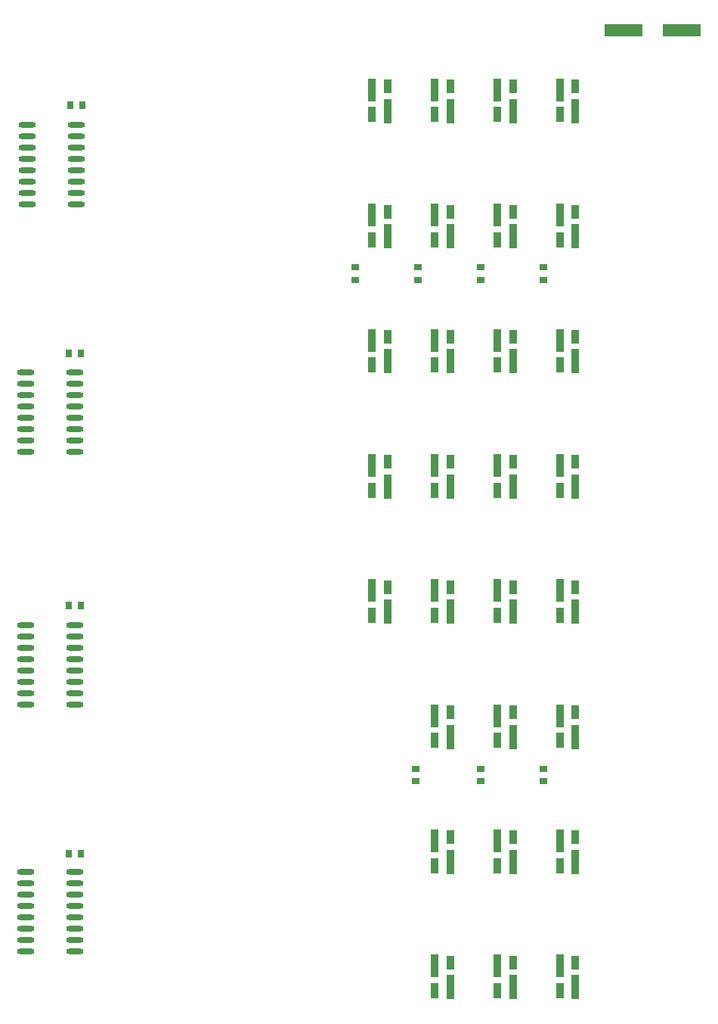
<source format=gtp>
G04 #@! TF.GenerationSoftware,KiCad,Pcbnew,7.0.7*
G04 #@! TF.CreationDate,2023-10-09T21:47:46+02:00*
G04 #@! TF.ProjectId,Kaboom_box_top,4b61626f-6f6d-45f6-926f-785f746f702e,rev?*
G04 #@! TF.SameCoordinates,Original*
G04 #@! TF.FileFunction,Paste,Top*
G04 #@! TF.FilePolarity,Positive*
%FSLAX46Y46*%
G04 Gerber Fmt 4.6, Leading zero omitted, Abs format (unit mm)*
G04 Created by KiCad (PCBNEW 7.0.7) date 2023-10-09 21:47:46*
%MOMM*%
%LPD*%
G01*
G04 APERTURE LIST*
%ADD10R,0.900000X1.500000*%
%ADD11R,0.900000X2.500000*%
%ADD12R,0.900000X1.800000*%
%ADD13R,0.900000X2.800000*%
%ADD14R,0.800000X0.900000*%
%ADD15R,4.200000X1.400000*%
%ADD16R,0.900000X0.800000*%
%ADD17O,1.970993X0.602007*%
G04 APERTURE END LIST*
D10*
G04 #@! TO.C,U176*
X157135598Y-75960604D03*
D11*
X155385534Y-76360655D03*
D12*
X155385534Y-79110464D03*
D13*
X157135598Y-78710667D03*
G04 #@! TD*
D10*
G04 #@! TO.C,U174*
X157135598Y-47960604D03*
D11*
X155385534Y-48360655D03*
D12*
X155385534Y-51110464D03*
D13*
X157135598Y-50710667D03*
G04 #@! TD*
D10*
G04 #@! TO.C,U153*
X178135598Y-89960604D03*
D11*
X176385534Y-90360655D03*
D12*
X176385534Y-93110464D03*
D13*
X178135598Y-92710667D03*
G04 #@! TD*
D14*
G04 #@! TO.C,C116*
X122939503Y-50035534D03*
X121539453Y-50035534D03*
G04 #@! TD*
D10*
G04 #@! TO.C,U162*
X171135598Y-103960604D03*
D11*
X169385534Y-104360655D03*
D12*
X169385534Y-107110464D03*
D13*
X171135598Y-106710667D03*
G04 #@! TD*
D10*
G04 #@! TO.C,U163*
X171135598Y-117960604D03*
D11*
X169385534Y-118360655D03*
D12*
X169385534Y-121110464D03*
D13*
X171135598Y-120710667D03*
G04 #@! TD*
D10*
G04 #@! TO.C,U173*
X164135598Y-145960604D03*
D11*
X162385534Y-146360655D03*
D12*
X162385534Y-149110464D03*
D13*
X164135598Y-148710667D03*
G04 #@! TD*
D10*
G04 #@! TO.C,U169*
X164135598Y-89960604D03*
D11*
X162385534Y-90360655D03*
D12*
X162385534Y-93110464D03*
D13*
X164135598Y-92710667D03*
G04 #@! TD*
D10*
G04 #@! TO.C,U159*
X171135598Y-61960604D03*
D11*
X169385534Y-62360655D03*
D12*
X169385534Y-65110464D03*
D13*
X171135598Y-64710667D03*
G04 #@! TD*
D15*
G04 #@! TO.C,C128*
X183551116Y-41710534D03*
X190085534Y-41710534D03*
G04 #@! TD*
D10*
G04 #@! TO.C,U155*
X178135598Y-117960604D03*
D11*
X176385534Y-118360655D03*
D12*
X176385534Y-121110464D03*
D13*
X178135598Y-120710667D03*
G04 #@! TD*
D16*
G04 #@! TO.C,C120*
X174535534Y-69585559D03*
X174535534Y-68185509D03*
G04 #@! TD*
G04 #@! TO.C,C122*
X167535534Y-69585559D03*
X167535534Y-68185509D03*
G04 #@! TD*
G04 #@! TO.C,C124*
X160535534Y-69585559D03*
X160535534Y-68185509D03*
G04 #@! TD*
G04 #@! TO.C,C121*
X174535534Y-125685559D03*
X174535534Y-124285509D03*
G04 #@! TD*
D10*
G04 #@! TO.C,U151*
X178135598Y-61960604D03*
D11*
X176385534Y-62360655D03*
D12*
X176385534Y-65110464D03*
D13*
X178135598Y-64710667D03*
G04 #@! TD*
D10*
G04 #@! TO.C,U164*
X171135598Y-131960604D03*
D11*
X169385534Y-132360655D03*
D12*
X169385534Y-135110464D03*
D13*
X171135598Y-134710667D03*
G04 #@! TD*
D10*
G04 #@! TO.C,U177*
X157135598Y-89960604D03*
D11*
X155385534Y-90360655D03*
D12*
X155385534Y-93110464D03*
D13*
X157135598Y-92710667D03*
G04 #@! TD*
D10*
G04 #@! TO.C,U158*
X171135598Y-47960604D03*
D11*
X169385534Y-48360655D03*
D12*
X169385534Y-51110464D03*
D13*
X171135598Y-50710667D03*
G04 #@! TD*
D17*
G04 #@! TO.C,U148*
X116589402Y-135812881D03*
X116589402Y-137082884D03*
X116589402Y-138352886D03*
X116589402Y-139622889D03*
X116589402Y-140892891D03*
X116589402Y-142162894D03*
X116589402Y-143432896D03*
X116589402Y-144702899D03*
X122060572Y-144702899D03*
X122060572Y-143432896D03*
X122060572Y-142162894D03*
X122060572Y-140892891D03*
X122060572Y-139622889D03*
X122060572Y-138352886D03*
X122060572Y-137082884D03*
X122060572Y-135812881D03*
G04 #@! TD*
D10*
G04 #@! TO.C,U170*
X164135598Y-103960604D03*
D11*
X162385534Y-104360655D03*
D12*
X162385534Y-107110464D03*
D13*
X164135598Y-106710667D03*
G04 #@! TD*
D10*
G04 #@! TO.C,U168*
X164135598Y-75960604D03*
D11*
X162385534Y-76360655D03*
D12*
X162385534Y-79110464D03*
D13*
X164135598Y-78710667D03*
G04 #@! TD*
D10*
G04 #@! TO.C,U167*
X164135598Y-61960604D03*
D11*
X162385534Y-62360655D03*
D12*
X162385534Y-65110464D03*
D13*
X164135598Y-64710667D03*
G04 #@! TD*
D16*
G04 #@! TO.C,C125*
X160285534Y-125685559D03*
X160285534Y-124285509D03*
G04 #@! TD*
D10*
G04 #@! TO.C,U156*
X178135598Y-131960604D03*
D11*
X176385534Y-132360655D03*
D12*
X176385534Y-135110464D03*
D13*
X178135598Y-134710667D03*
G04 #@! TD*
D10*
G04 #@! TO.C,U160*
X171135598Y-75960604D03*
D11*
X169385534Y-76360655D03*
D12*
X169385534Y-79110464D03*
D13*
X171135598Y-78710667D03*
G04 #@! TD*
D14*
G04 #@! TO.C,C117*
X122760597Y-77785534D03*
X121360547Y-77785534D03*
G04 #@! TD*
G04 #@! TO.C,C119*
X122760597Y-133785534D03*
X121360547Y-133785534D03*
G04 #@! TD*
D10*
G04 #@! TO.C,U161*
X171135598Y-89960604D03*
D11*
X169385534Y-90360655D03*
D12*
X169385534Y-93110464D03*
D13*
X171135598Y-92710667D03*
G04 #@! TD*
D10*
G04 #@! TO.C,U178*
X157135598Y-103960604D03*
D11*
X155385534Y-104360655D03*
D12*
X155385534Y-107110464D03*
D13*
X157135598Y-106710667D03*
G04 #@! TD*
D16*
G04 #@! TO.C,C126*
X153485534Y-69585559D03*
X153485534Y-68185509D03*
G04 #@! TD*
D14*
G04 #@! TO.C,C118*
X122760597Y-106035534D03*
X121360547Y-106035534D03*
G04 #@! TD*
D10*
G04 #@! TO.C,U152*
X178135598Y-75960604D03*
D11*
X176385534Y-76360655D03*
D12*
X176385534Y-79110464D03*
D13*
X178135598Y-78710667D03*
G04 #@! TD*
D10*
G04 #@! TO.C,U175*
X157135598Y-61960604D03*
D11*
X155385534Y-62360655D03*
D12*
X155385534Y-65110464D03*
D13*
X157135598Y-64710667D03*
G04 #@! TD*
D10*
G04 #@! TO.C,U154*
X178135598Y-103960604D03*
D11*
X176385534Y-104360655D03*
D12*
X176385534Y-107110464D03*
D13*
X178135598Y-106710667D03*
G04 #@! TD*
D17*
G04 #@! TO.C,U145*
X116768308Y-52217592D03*
X116768308Y-53487595D03*
X116768308Y-54757597D03*
X116768308Y-56027600D03*
X116768308Y-57297602D03*
X116768308Y-58567605D03*
X116768308Y-59837607D03*
X116768308Y-61107610D03*
X122239478Y-61107610D03*
X122239478Y-59837607D03*
X122239478Y-58567605D03*
X122239478Y-57297602D03*
X122239478Y-56027600D03*
X122239478Y-54757597D03*
X122239478Y-53487595D03*
X122239478Y-52217592D03*
G04 #@! TD*
D16*
G04 #@! TO.C,C123*
X167535534Y-125685559D03*
X167535534Y-124285509D03*
G04 #@! TD*
D10*
G04 #@! TO.C,U166*
X164135598Y-47960604D03*
D11*
X162385534Y-48360655D03*
D12*
X162385534Y-51110464D03*
D13*
X164135598Y-50710667D03*
G04 #@! TD*
D10*
G04 #@! TO.C,U165*
X171135598Y-145960604D03*
D11*
X169385534Y-146360655D03*
D12*
X169385534Y-149110464D03*
D13*
X171135598Y-148710667D03*
G04 #@! TD*
D10*
G04 #@! TO.C,U172*
X164135598Y-131960604D03*
D11*
X162385534Y-132360655D03*
D12*
X162385534Y-135110464D03*
D13*
X164135598Y-134710667D03*
G04 #@! TD*
D17*
G04 #@! TO.C,U147*
X116589402Y-108217592D03*
X116589402Y-109487595D03*
X116589402Y-110757597D03*
X116589402Y-112027600D03*
X116589402Y-113297602D03*
X116589402Y-114567605D03*
X116589402Y-115837607D03*
X116589402Y-117107610D03*
X122060572Y-117107610D03*
X122060572Y-115837607D03*
X122060572Y-114567605D03*
X122060572Y-113297602D03*
X122060572Y-112027600D03*
X122060572Y-110757597D03*
X122060572Y-109487595D03*
X122060572Y-108217592D03*
G04 #@! TD*
D10*
G04 #@! TO.C,U171*
X164135598Y-117960604D03*
D11*
X162385534Y-118360655D03*
D12*
X162385534Y-121110464D03*
D13*
X164135598Y-120710667D03*
G04 #@! TD*
D17*
G04 #@! TO.C,U146*
X116589402Y-79925783D03*
X116589402Y-81195786D03*
X116589402Y-82465788D03*
X116589402Y-83735791D03*
X116589402Y-85005793D03*
X116589402Y-86275796D03*
X116589402Y-87545798D03*
X116589402Y-88815801D03*
X122060572Y-88815801D03*
X122060572Y-87545798D03*
X122060572Y-86275796D03*
X122060572Y-85005793D03*
X122060572Y-83735791D03*
X122060572Y-82465788D03*
X122060572Y-81195786D03*
X122060572Y-79925783D03*
G04 #@! TD*
D10*
G04 #@! TO.C,U157*
X178135598Y-145960604D03*
D11*
X176385534Y-146360655D03*
D12*
X176385534Y-149110464D03*
D13*
X178135598Y-148710667D03*
G04 #@! TD*
D10*
G04 #@! TO.C,U150*
X178135598Y-47960604D03*
D11*
X176385534Y-48360655D03*
D12*
X176385534Y-51110464D03*
D13*
X178135598Y-50710667D03*
G04 #@! TD*
M02*

</source>
